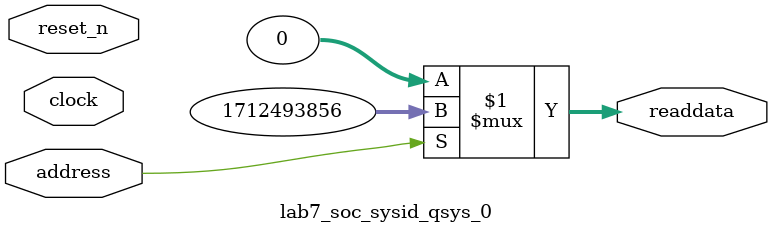
<source format=v>



// synthesis translate_off
`timescale 1ns / 1ps
// synthesis translate_on

// turn off superfluous verilog processor warnings 
// altera message_level Level1 
// altera message_off 10034 10035 10036 10037 10230 10240 10030 

module lab7_soc_sysid_qsys_0 (
               // inputs:
                address,
                clock,
                reset_n,

               // outputs:
                readdata
             )
;

  output  [ 31: 0] readdata;
  input            address;
  input            clock;
  input            reset_n;

  wire    [ 31: 0] readdata;
  //control_slave, which is an e_avalon_slave
  assign readdata = address ? 1712493856 : 0;

endmodule



</source>
